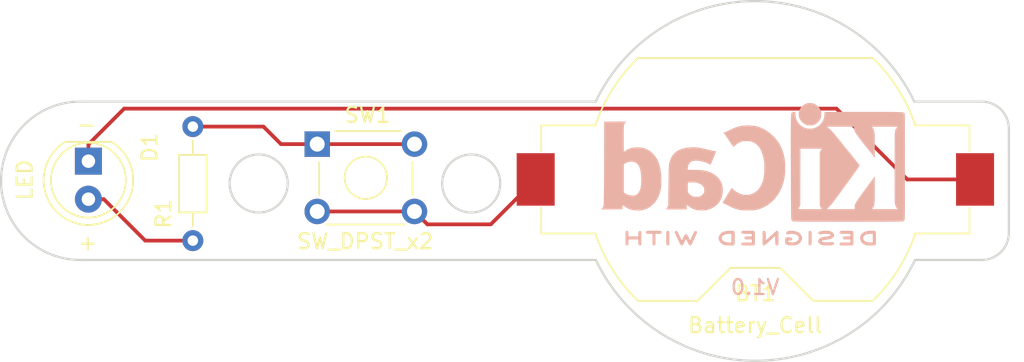
<source format=kicad_pcb>
(kicad_pcb (version 20211014) (generator pcbnew)
  (title_block (title "LED torch") (date "2025-03-10") (rev "0.1") (comment 1 "Taulant Shala"))
  (layers (0 "F.Cu" signal) (31 "B.Cu" signal) (34 "B.Paste" user) (35 "F.Paste" user) (36 "B.SilkS" user "B.Silkscreen") (37 "F.SilkS" user "F.Silkscreen") (38 "B.Mask" user) (39 "F.Mask" user) (44 "Edge.Cuts" user))
  (net 0 "")
  (net 1 "/bat_pos")
  (net 2 "/LED_cathode")
  (net 3 "/LED_anode")
  (net 4 "Net-(SW1-Pad1)")
  (footprint "Battery:BatteryHolder_Keystone_1058_1x2032" (layer "F.Cu") (at 157.31 90.12)
    (fp_text reference "BT1" (at 0 7.62) (layer "F.SilkS"))
    (fp_text value "Battery_Cell" (at -0.02 9.75) (layer "F.SilkS"))
    (pad "1" smd rect (at -14.68 0) (size 2.54 3.51) (layers "F.Cu" "F.Paste" "F.Mask") (net 1 "/bat_pos"))
    (pad "2" smd rect (at 14.68 0) (size 2.54 3.51) (layers "F.Cu" "F.Paste" "F.Mask") (net 2 "/LED_cathode"))
  )
  (footprint "Button_Switch_THT:SW_TH_Tactile_Omron_B3F-10xx" (layer "F.Cu") (at 128.03 87.76)
    (fp_text reference "SW1" (at 3.36 -1.94) (layer "F.SilkS"))
    (fp_text value "SW_DPST_x2" (at 3.2 6.5) (layer "F.SilkS"))
    (pad "1" thru_hole circle (at 6.5 0) (size 1.7 1.7) (drill 1) (layers *.Cu *.Mask) (net 4 "Net-(SW1-Pad1)"))
    (pad "1" thru_hole rect (at 0 0) (size 1.7 1.7) (drill 1) (layers *.Cu *.Mask) (net 4 "Net-(SW1-Pad1)"))
    (pad "2" thru_hole circle (at 6.5 4.5) (size 1.7 1.7) (drill 1) (layers *.Cu *.Mask) (net 1 "/bat_pos"))
    (pad "2" thru_hole circle (at 0 4.5) (size 1.7 1.7) (drill 1) (layers *.Cu *.Mask) (net 1 "/bat_pos"))
  )
  (footprint "LED_THT:LED_D5.0mm" (layer "F.Cu") (at 112.74 88.9 -90)
    (fp_text reference "D1" (at -0.92 -4.09 90) (layer "F.SilkS"))
    (fp_text value "LED" (at 1.25 4.25 90) (layer "F.SilkS"))
    (pad "1" thru_hole rect (at 0 0 270) (size 1.8 1.8) (drill 0.9) (layers *.Cu *.Mask) (net 2 "/LED_cathode"))
    (pad "2" thru_hole circle (at 2.54 0 270) (size 1.8 1.8) (drill 0.9) (layers *.Cu *.Mask) (net 3 "/LED_anode"))
  )
  (footprint "Resistor_THT:R_Axial_DIN0204_L3.6mm_D1.6mm_P7.62mm_Horizontal" (layer "F.Cu") (at 119.72 94.21 90)
    (fp_text reference "R1" (at 1.79 -1.96 90) (layer "F.SilkS"))
    (fp_text value "R")
    (pad "1" thru_hole circle (at 0 0 90) (size 1.4 1.4) (drill 0.7) (layers *.Cu *.Mask) (net 3 "/LED_anode"))
    (pad "2" thru_hole oval (at 7.62 0 90) (size 1.4 1.4) (drill 0.7) (layers *.Cu *.Mask) (net 4 "Net-(SW1-Pad1)"))
  )
  (footprint "Symbol:KiCad-Logo2_8mm_SilkScreen" (layer "B.Cu") (at 157.18 88.95 180)
    (fp_text reference "REF**" hide)
    (fp_text value "KiCad-Logo2_8mm_SilkScreen" hide)
  )
  (gr_circle (center 138.32 90.39) (end 140.260412 90.39) (layer "Edge.Cuts") (width 0.15) (fill none))
  (gr_line (start 172.4398 95.5) (end 167.98 95.5) (layer "Edge.Cuts") (width 0.15))
  (gr_circle (center 124.119588 90.39) (end 126.06 90.39) (layer "Edge.Cuts") (width 0.15) (fill none))
  (gr_arc (start 174.25 93.6898) (mid 173.719917 94.969917) (end 172.4398 95.5) (layer "Edge.Cuts") (width 0.15))
  (gr_line (start 172.4398 84.92) (end 167.93 84.92) (layer "Edge.Cuts") (width 0.15))
  (gr_arc (start 167.98 95.5) (mid 157.312447 102.237885) (end 146.65 95.5) (layer "Edge.Cuts") (width 0.15))
  (gr_line (start 174.25 93.6898) (end 174.25 86.7302) (layer "Edge.Cuts") (width 0.15))
  (gr_arc (start 146.64 84.92) (mid 157.284081 78.204772) (end 167.93 84.92) (layer "Edge.Cuts") (width 0.15))
  (gr_arc (start 172.4398 84.92) (mid 173.719921 85.450079) (end 174.25 86.7302) (layer "Edge.Cuts") (width 0.15))
  (gr_arc (start 112.24 95.5) (mid 106.908289 90.21) (end 112.24 84.92) (layer "Edge.Cuts") (width 0.15))
  (gr_line (start 146.65 95.5) (end 112.24 95.5) (layer "Edge.Cuts") (width 0.15))
  (gr_line (start 146.64 84.92) (end 112.24 84.92) (layer "Edge.Cuts") (width 0.15))
  (gr_text "V1.0" (at 157.29 97.32) (layer "B.SilkS") (effects (font (size 1 1)) (justify mirror)))
  (gr_text "-\n" (at 112.61 86.45) (layer "F.SilkS") (effects (font (size 1 1))))
  (gr_text "+\n" (at 112.7 94.34) (layer "F.SilkS") (effects (font (size 1 1))))
  (segment (start 139.63 93.12) (end 135.39 93.12) (width 0.25) (layer "F.Cu") (net 1))
  (segment (start 142.63 90.12) (end 139.63 93.12) (width 0.25) (layer "F.Cu") (net 1))
  (segment (start 134.53 92.26) (end 128.03 92.26) (width 0.25) (layer "F.Cu") (net 1))
  (segment (start 135.39 93.12) (end 134.53 92.26) (width 0.25) (layer "F.Cu") (net 1))
  (segment (start 112.74 87.78) (end 115.13 85.39) (width 0.25) (layer "F.Cu") (net 2))
  (segment (start 112.74 87.78) (end 112.74 88.9) (width 0.25) (layer "F.Cu") (net 2))
  (segment (start 115.13 85.39) (end 162.73 85.39) (width 0.25) (layer "F.Cu") (net 2))
  (segment (start 167.46 90.12) (end 171.99 90.12) (width 0.25) (layer "F.Cu") (net 2))
  (segment (start 162.73 85.39) (end 167.46 90.12) (width 0.25) (layer "F.Cu") (net 2))
  (segment (start 116.54 94.21) (end 119.72 94.21) (width 0.25) (layer "F.Cu") (net 3))
  (segment (start 113.77 91.44) (end 116.54 94.21) (width 0.25) (layer "F.Cu") (net 3))
  (segment (start 112.75 91.44) (end 113.77 91.44) (width 0.25) (layer "F.Cu") (net 3))
  (segment (start 125.61 87.76) (end 128.03 87.76) (width 0.25) (layer "F.Cu") (net 4))
  (segment (start 128.03 87.76) (end 134.53 87.76) (width 0.25) (layer "F.Cu") (net 4))
  (segment (start 124.44 86.59) (end 125.61 87.76) (width 0.25) (layer "F.Cu") (net 4))
  (segment (start 119.87 86.59) (end 124.44 86.59) (width 0.25) (layer "F.Cu") (net 4))
)
</source>
